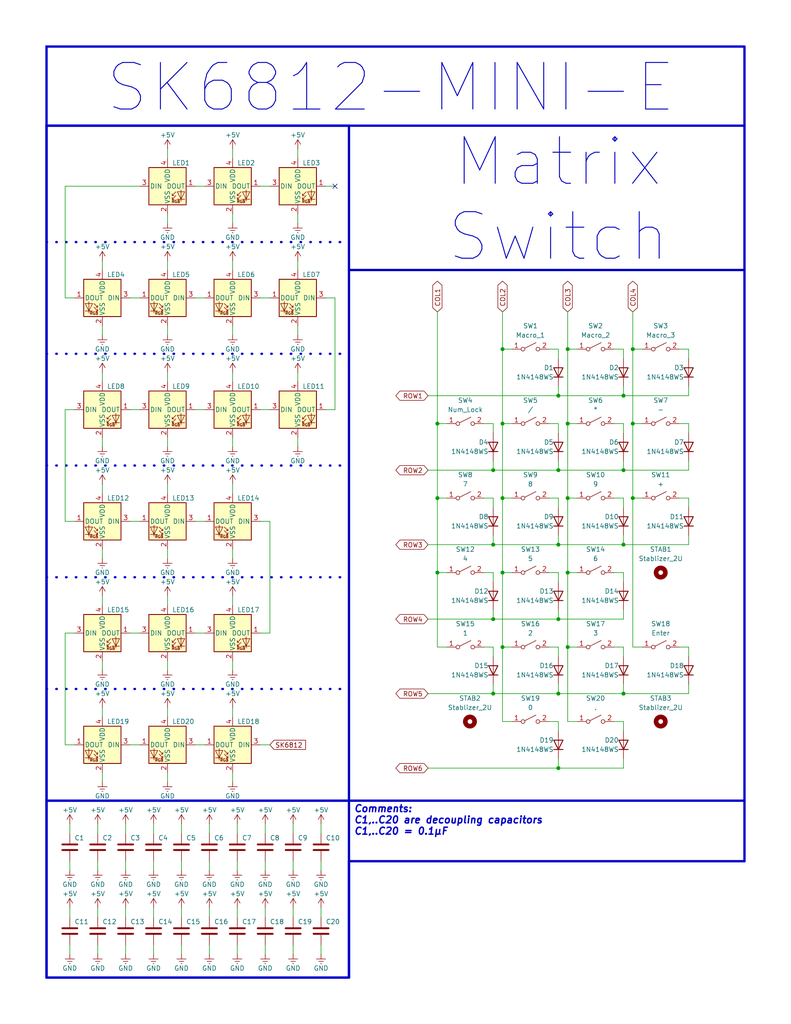
<source format=kicad_sch>
(kicad_sch (version 20231120) (generator "eeschema") (generator_version "8.0")
  (paper "USLetter" portrait)
  (title_block (title "Numb") (date "2024-12-08") (rev "0") (company "a.newhouse"))
  (junction (at 134.62 168.91))
  (junction (at 152.4 128.27))
  (junction (at 137.16 115.57))
  (junction (at 137.16 176.53))
  (junction (at 170.18 128.27))
  (junction (at 154.94 95.25))
  (junction (at 154.94 156.21))
  (junction (at 172.72 115.57))
  (junction (at 119.38 135.89))
  (junction (at 134.62 128.27))
  (junction (at 119.38 156.21))
  (junction (at 154.94 176.53))
  (junction (at 134.62 189.23))
  (junction (at 154.94 135.89))
  (junction (at 170.18 148.59))
  (junction (at 152.4 148.59))
  (junction (at 137.16 135.89))
  (junction (at 170.18 107.95))
  (junction (at 172.72 95.25))
  (junction (at 172.72 135.89))
  (junction (at 152.4 189.23))
  (junction (at 152.4 107.95))
  (junction (at 154.94 115.57))
  (junction (at 137.16 156.21))
  (junction (at 170.18 189.23))
  (junction (at 134.62 148.59))
  (junction (at 152.4 209.55))
  (junction (at 152.4 168.91))
  (junction (at 137.16 95.25))
  (junction (at 119.38 115.57))
  (no_connect (at 91.44 50.8))
  (wire (pts (xy 134.62 186.69) (xy 134.62 189.23)))
  (wire (pts (xy 20.32 203.2) (xy 17.78 203.2)))
  (wire (pts (xy 149.86 115.57) (xy 152.4 115.57)))
  (wire (pts (xy 91.44 111.76) (xy 91.44 81.28)))
  (wire (pts (xy 17.78 203.2) (xy 17.78 172.72)))
  (wire (pts (xy 34.29 224.79) (xy 34.29 227.33)))
  (wire (pts (xy 170.18 135.89) (xy 170.18 138.43)))
  (wire (pts (xy 185.42 176.53) (xy 187.96 176.53)))
  (wire (pts (xy 45.72 132.08) (xy 45.72 134.62)))
  (wire (pts (xy 55.88 50.8) (xy 53.34 50.8)))
  (wire (pts (xy 134.62 156.21) (xy 134.62 158.75)))
  (wire (pts (xy 38.1 172.72) (xy 35.56 172.72)))
  (wire (pts (xy 170.18 176.53) (xy 170.18 179.07)))
  (wire (pts (xy 91.44 81.28) (xy 88.9 81.28)))
  (wire (pts (xy 17.78 111.76) (xy 20.32 111.76)))
  (wire (pts (xy 139.7 95.25) (xy 137.16 95.25)))
  (polyline (pts (xy 95.25 73.66) (xy 203.2 73.66)) (stroke (width 0.635)))
  (wire (pts (xy 154.94 156.21) (xy 154.94 176.53)))
  (wire (pts (xy 116.84 209.55) (xy 152.4 209.55)))
  (wire (pts (xy 170.18 196.85) (xy 170.18 199.39)))
  (wire (pts (xy 26.67 257.81) (xy 26.67 260.35)))
  (wire (pts (xy 81.28 71.12) (xy 81.28 73.66)))
  (wire (pts (xy 172.72 95.25) (xy 175.26 95.25)))
  (polyline (pts (xy 203.2 34.29) (xy 203.2 234.95)) (stroke (width 0.635)))
  (wire (pts (xy 134.62 115.57) (xy 134.62 118.11)))
  (wire (pts (xy 134.62 168.91) (xy 152.4 168.91)))
  (polyline (pts (xy 12.7 34.29) (xy 12.7 266.7)) (stroke (width 0.635)))
  (wire (pts (xy 187.96 176.53) (xy 187.96 179.07)))
  (wire (pts (xy 154.94 115.57) (xy 154.94 135.89)))
  (wire (pts (xy 27.94 88.9) (xy 27.94 91.44)))
  (wire (pts (xy 152.4 125.73) (xy 152.4 128.27)))
  (wire (pts (xy 170.18 166.37) (xy 170.18 168.91)))
  (wire (pts (xy 87.63 224.79) (xy 87.63 227.33)))
  (wire (pts (xy 63.5 58.42) (xy 63.5 60.96)))
  (wire (pts (xy 17.78 50.8) (xy 17.78 81.28)))
  (wire (pts (xy 154.94 85.09) (xy 154.94 95.25)))
  (wire (pts (xy 38.1 111.76) (xy 35.56 111.76)))
  (wire (pts (xy 19.05 257.81) (xy 19.05 260.35)))
  (wire (pts (xy 27.94 180.34) (xy 27.94 182.88)))
  (wire (pts (xy 55.88 172.72) (xy 53.34 172.72)))
  (wire (pts (xy 167.64 156.21) (xy 170.18 156.21)))
  (polyline (pts (xy 95.25 234.95) (xy 95.25 266.7)) (stroke (width 0.635)))
  (wire (pts (xy 35.56 142.24) (xy 38.1 142.24)))
  (wire (pts (xy 45.72 71.12) (xy 45.72 73.66)))
  (wire (pts (xy 64.77 257.81) (xy 64.77 260.35)))
  (wire (pts (xy 73.66 50.8) (xy 71.12 50.8)))
  (wire (pts (xy 81.28 119.38) (xy 81.28 121.92)))
  (wire (pts (xy 72.39 257.81) (xy 72.39 260.35)))
  (wire (pts (xy 119.38 135.89) (xy 119.38 156.21)))
  (wire (pts (xy 152.4 209.55) (xy 170.18 209.55)))
  (wire (pts (xy 64.77 234.95) (xy 64.77 237.49)))
  (wire (pts (xy 45.72 88.9) (xy 45.72 91.44)))
  (wire (pts (xy 132.08 135.89) (xy 134.62 135.89)))
  (wire (pts (xy 81.28 58.42) (xy 81.28 60.96)))
  (wire (pts (xy 35.56 81.28) (xy 38.1 81.28)))
  (wire (pts (xy 53.34 203.2) (xy 55.88 203.2)))
  (wire (pts (xy 45.72 40.64) (xy 45.72 43.18)))
  (wire (pts (xy 73.66 111.76) (xy 71.12 111.76)))
  (wire (pts (xy 27.94 101.6) (xy 27.94 104.14)))
  (wire (pts (xy 134.62 176.53) (xy 134.62 179.07)))
  (wire (pts (xy 187.96 146.05) (xy 187.96 148.59)))
  (wire (pts (xy 71.12 203.2) (xy 73.66 203.2)))
  (wire (pts (xy 134.62 146.05) (xy 134.62 148.59)))
  (wire (pts (xy 185.42 95.25) (xy 187.96 95.25)))
  (wire (pts (xy 27.94 71.12) (xy 27.94 73.66)))
  (wire (pts (xy 45.72 119.38) (xy 45.72 121.92)))
  (wire (pts (xy 137.16 115.57) (xy 137.16 135.89)))
  (wire (pts (xy 119.38 85.09) (xy 119.38 115.57)))
  (wire (pts (xy 57.15 234.95) (xy 57.15 237.49)))
  (polyline (pts (xy 12.7 157.48) (xy 95.25 157.48)) (stroke (width 0.635) (type dot)))
  (wire (pts (xy 45.72 180.34) (xy 45.72 182.88)))
  (wire (pts (xy 121.92 135.89) (xy 119.38 135.89)))
  (wire (pts (xy 157.48 115.57) (xy 154.94 115.57)))
  (wire (pts (xy 63.5 40.64) (xy 63.5 43.18)))
  (wire (pts (xy 139.7 115.57) (xy 137.16 115.57)))
  (wire (pts (xy 187.96 115.57) (xy 187.96 118.11)))
  (wire (pts (xy 17.78 142.24) (xy 20.32 142.24)))
  (wire (pts (xy 152.4 176.53) (xy 152.4 179.07)))
  (wire (pts (xy 167.64 176.53) (xy 170.18 176.53)))
  (wire (pts (xy 139.7 196.85) (xy 137.16 196.85)))
  (wire (pts (xy 27.94 149.86) (xy 27.94 152.4)))
  (wire (pts (xy 34.29 257.81) (xy 34.29 260.35)))
  (wire (pts (xy 63.5 162.56) (xy 63.5 165.1)))
  (wire (pts (xy 41.91 257.81) (xy 41.91 260.35)))
  (wire (pts (xy 116.84 107.95) (xy 152.4 107.95)))
  (wire (pts (xy 27.94 210.82) (xy 27.94 213.36)))
  (wire (pts (xy 26.67 247.65) (xy 26.67 250.19)))
  (wire (pts (xy 72.39 224.79) (xy 72.39 227.33)))
  (wire (pts (xy 134.62 166.37) (xy 134.62 168.91)))
  (wire (pts (xy 80.01 257.81) (xy 80.01 260.35)))
  (wire (pts (xy 170.18 207.01) (xy 170.18 209.55)))
  (wire (pts (xy 139.7 156.21) (xy 137.16 156.21)))
  (wire (pts (xy 41.91 224.79) (xy 41.91 227.33)))
  (wire (pts (xy 17.78 142.24) (xy 17.78 111.76)))
  (wire (pts (xy 154.94 176.53) (xy 154.94 196.85)))
  (wire (pts (xy 157.48 176.53) (xy 154.94 176.53)))
  (wire (pts (xy 132.08 176.53) (xy 134.62 176.53)))
  (wire (pts (xy 34.29 247.65) (xy 34.29 250.19)))
  (wire (pts (xy 152.4 196.85) (xy 152.4 199.39)))
  (wire (pts (xy 167.64 95.25) (xy 170.18 95.25)))
  (wire (pts (xy 134.62 125.73) (xy 134.62 128.27)))
  (wire (pts (xy 170.18 125.73) (xy 170.18 128.27)))
  (wire (pts (xy 17.78 172.72) (xy 20.32 172.72)))
  (wire (pts (xy 172.72 115.57) (xy 172.72 135.89)))
  (wire (pts (xy 17.78 81.28) (xy 20.32 81.28)))
  (wire (pts (xy 137.16 156.21) (xy 137.16 176.53)))
  (wire (pts (xy 26.67 224.79) (xy 26.67 227.33)))
  (wire (pts (xy 149.86 95.25) (xy 152.4 95.25)))
  (wire (pts (xy 175.26 115.57) (xy 172.72 115.57)))
  (wire (pts (xy 87.63 234.95) (xy 87.63 237.49)))
  (wire (pts (xy 19.05 247.65) (xy 19.05 250.19)))
  (wire (pts (xy 152.4 135.89) (xy 152.4 138.43)))
  (wire (pts (xy 63.5 132.08) (xy 63.5 134.62)))
  (wire (pts (xy 45.72 162.56) (xy 45.72 165.1)))
  (wire (pts (xy 45.72 193.04) (xy 45.72 195.58)))
  (wire (pts (xy 63.5 210.82) (xy 63.5 213.36)))
  (wire (pts (xy 45.72 58.42) (xy 45.72 60.96)))
  (wire (pts (xy 152.4 105.41) (xy 152.4 107.95)))
  (wire (pts (xy 19.05 224.79) (xy 19.05 227.33)))
  (wire (pts (xy 137.16 135.89) (xy 137.16 156.21)))
  (wire (pts (xy 116.84 168.91) (xy 134.62 168.91)))
  (wire (pts (xy 53.34 142.24) (xy 55.88 142.24)))
  (wire (pts (xy 57.15 224.79) (xy 57.15 227.33)))
  (wire (pts (xy 80.01 234.95) (xy 80.01 237.49)))
  (wire (pts (xy 149.86 176.53) (xy 152.4 176.53)))
  (wire (pts (xy 170.18 146.05) (xy 170.18 148.59)))
  (wire (pts (xy 134.62 128.27) (xy 152.4 128.27)))
  (polyline (pts (xy 12.7 66.04) (xy 95.25 66.04)) (stroke (width 0.635) (type dot)))
  (wire (pts (xy 81.28 88.9) (xy 81.28 91.44)))
  (wire (pts (xy 119.38 156.21) (xy 119.38 176.53)))
  (wire (pts (xy 152.4 107.95) (xy 170.18 107.95)))
  (wire (pts (xy 187.96 95.25) (xy 187.96 97.79)))
  (wire (pts (xy 80.01 224.79) (xy 80.01 227.33)))
  (polyline (pts (xy 12.7 187.96) (xy 95.25 187.96)) (stroke (width 0.635) (type dot)))
  (wire (pts (xy 134.62 135.89) (xy 134.62 138.43)))
  (wire (pts (xy 45.72 101.6) (xy 45.72 104.14)))
  (wire (pts (xy 172.72 95.25) (xy 172.72 115.57)))
  (wire (pts (xy 73.66 142.24) (xy 73.66 172.72)))
  (wire (pts (xy 152.4 115.57) (xy 152.4 118.11)))
  (wire (pts (xy 72.39 247.65) (xy 72.39 250.19)))
  (wire (pts (xy 157.48 135.89) (xy 154.94 135.89)))
  (wire (pts (xy 63.5 180.34) (xy 63.5 182.88)))
  (wire (pts (xy 187.96 135.89) (xy 187.96 138.43)))
  (wire (pts (xy 137.16 85.09) (xy 137.16 95.25)))
  (wire (pts (xy 34.29 234.95) (xy 34.29 237.49)))
  (wire (pts (xy 157.48 95.25) (xy 154.94 95.25)))
  (wire (pts (xy 88.9 111.76) (xy 91.44 111.76)))
  (polyline (pts (xy 203.2 234.95) (xy 95.25 234.95)) (stroke (width 0.635)))
  (wire (pts (xy 121.92 176.53) (xy 119.38 176.53)))
  (polyline (pts (xy 12.7 96.52) (xy 95.25 96.52)) (stroke (width 0.635) (type dot)))
  (wire (pts (xy 121.92 156.21) (xy 119.38 156.21)))
  (wire (pts (xy 137.16 95.25) (xy 137.16 115.57)))
  (wire (pts (xy 27.94 193.04) (xy 27.94 195.58)))
  (wire (pts (xy 87.63 247.65) (xy 87.63 250.19)))
  (wire (pts (xy 116.84 148.59) (xy 134.62 148.59)))
  (wire (pts (xy 88.9 50.8) (xy 91.44 50.8)))
  (wire (pts (xy 55.88 111.76) (xy 53.34 111.76)))
  (wire (pts (xy 49.53 247.65) (xy 49.53 250.19)))
  (wire (pts (xy 80.01 247.65) (xy 80.01 250.19)))
  (wire (pts (xy 26.67 234.95) (xy 26.67 237.49)))
  (wire (pts (xy 63.5 101.6) (xy 63.5 104.14)))
  (wire (pts (xy 152.4 168.91) (xy 170.18 168.91)))
  (wire (pts (xy 71.12 142.24) (xy 73.66 142.24)))
  (wire (pts (xy 170.18 128.27) (xy 187.96 128.27)))
  (wire (pts (xy 154.94 95.25) (xy 154.94 115.57)))
  (wire (pts (xy 152.4 207.01) (xy 152.4 209.55)))
  (wire (pts (xy 167.64 196.85) (xy 170.18 196.85)))
  (wire (pts (xy 49.53 234.95) (xy 49.53 237.49)))
  (wire (pts (xy 71.12 81.28) (xy 73.66 81.28)))
  (wire (pts (xy 139.7 176.53) (xy 137.16 176.53)))
  (wire (pts (xy 27.94 119.38) (xy 27.94 121.92)))
  (wire (pts (xy 49.53 224.79) (xy 49.53 227.33)))
  (polyline (pts (xy 95.25 218.44) (xy 203.2 218.44)) (stroke (width 0.635)))
  (wire (pts (xy 175.26 176.53) (xy 172.72 176.53)))
  (wire (pts (xy 38.1 50.8) (xy 17.78 50.8)))
  (wire (pts (xy 152.4 148.59) (xy 170.18 148.59)))
  (wire (pts (xy 119.38 115.57) (xy 119.38 135.89)))
  (wire (pts (xy 187.96 105.41) (xy 187.96 107.95)))
  (wire (pts (xy 175.26 135.89) (xy 172.72 135.89)))
  (wire (pts (xy 134.62 189.23) (xy 152.4 189.23)))
  (wire (pts (xy 152.4 189.23) (xy 170.18 189.23)))
  (wire (pts (xy 57.15 247.65) (xy 57.15 250.19)))
  (wire (pts (xy 45.72 149.86) (xy 45.72 152.4)))
  (wire (pts (xy 81.28 40.64) (xy 81.28 43.18)))
  (wire (pts (xy 132.08 115.57) (xy 134.62 115.57)))
  (wire (pts (xy 167.64 115.57) (xy 170.18 115.57)))
  (wire (pts (xy 139.7 135.89) (xy 137.16 135.89)))
  (wire (pts (xy 63.5 71.12) (xy 63.5 73.66)))
  (wire (pts (xy 63.5 119.38) (xy 63.5 121.92)))
  (wire (pts (xy 137.16 176.53) (xy 137.16 196.85)))
  (wire (pts (xy 45.72 210.82) (xy 45.72 213.36)))
  (wire (pts (xy 185.42 135.89) (xy 187.96 135.89)))
  (wire (pts (xy 152.4 146.05) (xy 152.4 148.59)))
  (wire (pts (xy 63.5 193.04) (xy 63.5 195.58)))
  (wire (pts (xy 154.94 135.89) (xy 154.94 156.21)))
  (wire (pts (xy 132.08 156.21) (xy 134.62 156.21)))
  (polyline (pts (xy 12.7 127) (xy 95.25 127)) (stroke (width 0.635) (type dot)))
  (wire (pts (xy 170.18 95.25) (xy 170.18 97.79)))
  (wire (pts (xy 63.5 88.9) (xy 63.5 91.44)))
  (wire (pts (xy 152.4 186.69) (xy 152.4 189.23)))
  (wire (pts (xy 157.48 196.85) (xy 154.94 196.85)))
  (wire (pts (xy 152.4 156.21) (xy 152.4 158.75)))
  (wire (pts (xy 172.72 135.89) (xy 172.72 176.53)))
  (wire (pts (xy 185.42 115.57) (xy 187.96 115.57)))
  (wire (pts (xy 170.18 156.21) (xy 170.18 158.75)))
  (wire (pts (xy 149.86 156.21) (xy 152.4 156.21)))
  (wire (pts (xy 64.77 247.65) (xy 64.77 250.19)))
  (wire (pts (xy 187.96 186.69) (xy 187.96 189.23)))
  (wire (pts (xy 121.92 115.57) (xy 119.38 115.57)))
  (wire (pts (xy 116.84 128.27) (xy 134.62 128.27)))
  (wire (pts (xy 170.18 148.59) (xy 187.96 148.59)))
  (polyline (pts (xy 95.25 266.7) (xy 12.7 266.7)) (stroke (width 0.635)))
  (wire (pts (xy 53.34 81.28) (xy 55.88 81.28)))
  (wire (pts (xy 41.91 234.95) (xy 41.91 237.49)))
  (wire (pts (xy 187.96 125.73) (xy 187.96 128.27)))
  (wire (pts (xy 73.66 172.72) (xy 71.12 172.72)))
  (wire (pts (xy 149.86 135.89) (xy 152.4 135.89)))
  (wire (pts (xy 64.77 224.79) (xy 64.77 227.33)))
  (wire (pts (xy 81.28 101.6) (xy 81.28 104.14)))
  (wire (pts (xy 116.84 189.23) (xy 134.62 189.23)))
  (wire (pts (xy 35.56 203.2) (xy 38.1 203.2)))
  (wire (pts (xy 152.4 128.27) (xy 170.18 128.27)))
  (wire (pts (xy 57.15 257.81) (xy 57.15 260.35)))
  (wire (pts (xy 170.18 115.57) (xy 170.18 118.11)))
  (wire (pts (xy 72.39 234.95) (xy 72.39 237.49)))
  (wire (pts (xy 167.64 135.89) (xy 170.18 135.89)))
  (wire (pts (xy 170.18 189.23) (xy 187.96 189.23)))
  (wire (pts (xy 27.94 162.56) (xy 27.94 165.1)))
  (wire (pts (xy 41.91 247.65) (xy 41.91 250.19)))
  (wire (pts (xy 134.62 148.59) (xy 152.4 148.59)))
  (wire (pts (xy 170.18 107.95) (xy 187.96 107.95)))
  (wire (pts (xy 157.48 156.21) (xy 154.94 156.21)))
  (wire (pts (xy 172.72 85.09) (xy 172.72 95.25)))
  (wire (pts (xy 63.5 149.86) (xy 63.5 152.4)))
  (wire (pts (xy 87.63 257.81) (xy 87.63 260.35)))
  (wire (pts (xy 19.05 234.95) (xy 19.05 237.49)))
  (wire (pts (xy 49.53 257.81) (xy 49.53 260.35)))
  (wire (pts (xy 149.86 196.85) (xy 152.4 196.85)))
  (wire (pts (xy 152.4 166.37) (xy 152.4 168.91)))
  (wire (pts (xy 170.18 105.41) (xy 170.18 107.95)))
  (wire (pts (xy 152.4 95.25) (xy 152.4 97.79)))
  (wire (pts (xy 27.94 132.08) (xy 27.94 134.62)))
  (wire (pts (xy 170.18 186.69) (xy 170.18 189.23)))
  (rectangle (start 12.7 12.7) (end 203.2 34.29) (stroke (width 0.635)))
  (rectangle (start 12.7 218.44) (end 95.25 266.7) (stroke (width 0.635)))
  (rectangle (start 12.7 34.29) (end 95.25 218.44) (stroke (width 0.635)))
  (text "Matrix\nSwitch" (at 152.4 54.61 0) (effects (font (size 12.7 12.7) (thickness 0.254) (bold yes))))
  (text "Comments:\nC1,..C20 are decoupling capacitors\nC1,..C20 = 0.1μF" (at 96.52 219.71 0) (effects (font (size 1.905 1.905) (thickness 0.381) (bold yes) (italic yes)) (justify left top)))
  (text "SK6812-MINI-E" (at 106.68 24.13 0) (effects (font (size 12.7 12.7) (thickness 0.254) (bold yes))))
  (global_label "COL3" (shape bidirectional) (at 154.94 85.09 90) (property "Intersheetrefs" "${INTERSHEET_REFS}" (effects (hide yes))))
  (global_label "ROW5" (shape bidirectional) (at 116.84 189.23 180) (property "Intersheetrefs" "${INTERSHEET_REFS}" (effects (hide yes))))
  (global_label "COL2" (shape bidirectional) (at 137.16 85.09 90) (property "Intersheetrefs" "${INTERSHEET_REFS}" (effects (hide yes))))
  (global_label "ROW6" (shape bidirectional) (at 116.84 209.55 180) (property "Intersheetrefs" "${INTERSHEET_REFS}" (effects (hide yes))))
  (global_label "SK6812" (shape input) (at 73.66 203.2 0) (effects (font (thickness 0.1588))) (property "Intersheetrefs" "${INTERSHEET_REFS}" (effects (hide yes))))
  (global_label "ROW2" (shape bidirectional) (at 116.84 128.27 180) (property "Intersheetrefs" "${INTERSHEET_REFS}" (effects (hide yes))))
  (global_label "ROW3" (shape bidirectional) (at 116.84 148.59 180) (property "Intersheetrefs" "${INTERSHEET_REFS}" (effects (hide yes))))
  (global_label "ROW1" (shape bidirectional) (at 116.84 107.95 180) (property "Intersheetrefs" "${INTERSHEET_REFS}" (effects (hide yes))))
  (global_label "ROW4" (shape bidirectional) (at 116.84 168.91 180) (property "Intersheetrefs" "${INTERSHEET_REFS}" (effects (hide yes))))
  (global_label "COL1" (shape bidirectional) (at 119.38 85.09 90) (property "Intersheetrefs" "${INTERSHEET_REFS}" (effects (hide yes))))
  (global_label "COL4" (shape bidirectional) (at 172.72 85.09 90) (property "Intersheetrefs" "${INTERSHEET_REFS}" (effects (hide yes))))
  (symbol (lib_id "Diode:1N4148WS") (at 187.96 182.88 90) (unit 1)
    (property "Reference" "D18" (at 186.69 181.61 90) (effects (justify left)))
    (property "Value" "1N4148WS" (at 186.69 184.15 90) (effects (justify left)))
    (property "Footprint" "Diode_SMD:D_SOD-323" (effects (hide yes)))
    (property "Datasheet" "https://www.vishay.com/docs/85751/1n4148ws.pdf" (effects (hide yes)))
    (property "Description" "75V 0.15A Fast switching Diode, SOD-323" (effects (hide yes)))
    (property "Sim.Device" "D" (effects (hide yes)))
    (property "Sim.Pins" "1=K 2=A" (effects (hide yes)))
  )
  (symbol (lib_id "power:Earth") (at 34.29 260.35 0) (unit 1)
    (property "Reference" "#PWR0108" (effects (hide yes)))
    (property "Value" "GND" (at 34.29 264.16 0))
    (property "Description" "Power symbol creates a global label with name \"Earth\"" (effects (hide yes)))
  )
  (symbol (lib_id "Switch:SW_SPST") (at 127 115.57 0) (unit 1)
    (property "Reference" "SW4" (at 127 109.22 0))
    (property "Value" "Num_Lock" (at 127 111.76 0))
    (property "Footprint" "PCM_Switch_Keyboard_Hotswap_Kailh:SW_Hotswap_Kailh_MX_Plated_1.00u" (effects (hide yes)))
    (property "Description" "Single Pole Single Throw (SPST) switch" (effects (hide yes)))
  )
  (symbol (lib_id "power:Earth") (at 81.28 91.44 0) (unit 1)
    (property "Reference" "#PWR017" (effects (hide yes)))
    (property "Value" "GND" (at 81.28 95.25 0))
    (property "Description" "Power symbol creates a global label with name \"Earth\"" (effects (hide yes)))
  )
  (symbol (lib_id "power:+5V") (at 41.91 224.79 0) (unit 1)
    (property "Reference" "#PWR053" (effects (hide yes)))
    (property "Value" "+5V" (at 41.91 220.98 0))
    (property "Description" "Power symbol creates a global label with name \"+5V\"" (effects (hide yes)))
  )
  (symbol (lib_id "Switch:SW_SPST") (at 162.56 95.25 0) (unit 1)
    (property "Reference" "SW2" (at 162.56 88.9 0))
    (property "Value" "Macro_2" (at 162.56 91.44 0))
    (property "Footprint" "PCM_Switch_Keyboard_Hotswap_Kailh:SW_Hotswap_Kailh_MX_Plated_1.00u" (effects (hide yes)))
    (property "Description" "Single Pole Single Throw (SPST) switch" (effects (hide yes)))
  )
  (symbol (lib_id "power:Earth") (at 87.63 237.49 0) (unit 1)
    (property "Reference" "#PWR095" (effects (hide yes)))
    (property "Value" "GND" (at 87.63 241.3 0))
    (property "Description" "Power symbol creates a global label with name \"Earth\"" (effects (hide yes)))
  )
  (symbol (lib_id "power:+5V") (at 27.94 162.56 0) (mirror y) (unit 1)
    (property "Reference" "#PWR032" (effects (hide yes)))
    (property "Value" "+5V" (at 27.94 158.75 0))
    (property "Description" "Power symbol creates a global label with name \"+5V\"" (effects (hide yes)))
  )
  (symbol (lib_id "power:+5V") (at 63.5 71.12 0) (unit 1)
    (property "Reference" "#PWR012" (effects (hide yes)))
    (property "Value" "+5V" (at 63.5 67.31 0))
    (property "Description" "Power symbol creates a global label with name \"+5V\"" (effects (hide yes)))
  )
  (symbol (lib_id "power:+5V") (at 63.5 162.56 0) (mirror y) (unit 1)
    (property "Reference" "#PWR034" (effects (hide yes)))
    (property "Value" "+5V" (at 63.5 158.75 0))
    (property "Description" "Power symbol creates a global label with name \"+5V\"" (effects (hide yes)))
  )
  (symbol (lib_id "power:+5V") (at 63.5 132.08 0) (unit 1)
    (property "Reference" "#PWR028" (effects (hide yes)))
    (property "Value" "+5V" (at 63.5 128.27 0))
    (property "Description" "Power symbol creates a global label with name \"+5V\"" (effects (hide yes)))
  )
  (symbol (lib_id "power:+5V") (at 63.5 40.64 0) (mirror y) (unit 1)
    (property "Reference" "#PWR04" (effects (hide yes)))
    (property "Value" "+5V" (at 63.5 36.83 0))
    (property "Description" "Power symbol creates a global label with name \"+5V\"" (effects (hide yes)))
  )
  (symbol (lib_id "power:Earth") (at 45.72 91.44 0) (unit 1)
    (property "Reference" "#PWR015" (effects (hide yes)))
    (property "Value" "GND" (at 45.72 95.25 0))
    (property "Description" "Power symbol creates a global label with name \"Earth\"" (effects (hide yes)))
  )
  (symbol (lib_id "LED:SK6812MINI") (at 63.5 142.24 0) (mirror y) (unit 1)
    (property "Reference" "LED14" (at 64.77 135.89 0) (effects (justify right)))
    (property "Value" "SK6812MINI-E" (effects (hide yes)))
    (property "Footprint" "PCM_Miscellaneous:SK6812_MINI-E" (effects (hide yes)))
    (property "Datasheet" "https://cdn-shop.adafruit.com/product-files/2686/SK6812MINI_REV.01-1-2.pdf" (effects (hide yes)))
    (property "Description" "RGB LED with integrated controller" (effects (hide yes)))
  )
  (symbol (lib_id "LED:SK6812MINI") (at 63.5 172.72 0) (unit 1)
    (property "Reference" "LED17" (at 64.77 166.37 0) (effects (justify left)))
    (property "Value" "SK6812MINI-E" (effects (hide yes)))
    (property "Footprint" "PCM_Miscellaneous:SK6812_MINI-E_REV" (effects (hide yes)))
    (property "Datasheet" "https://cdn-shop.adafruit.com/product-files/2686/SK6812MINI_REV.01-1-2.pdf" (effects (hide yes)))
    (property "Description" "RGB LED with integrated controller" (effects (hide yes)))
  )
  (symbol (lib_id "Switch:SW_SPST") (at 127 135.89 0) (unit 1)
    (property "Reference" "SW8" (at 127 129.54 0))
    (property "Value" "7" (at 127 132.08 0))
    (property "Footprint" "PCM_Switch_Keyboard_Hotswap_Kailh:SW_Hotswap_Kailh_MX_Plated_1.00u" (effects (hide yes)))
    (property "Description" "Single Pole Single Throw (SPST) switch" (effects (hide yes)))
  )
  (symbol (lib_id "LED:SK6812MINI") (at 63.5 50.8 0) (unit 1)
    (property "Reference" "LED2" (at 64.77 44.45 0) (effects (justify left)))
    (property "Value" "SK6812MINI-E" (effects (hide yes)))
    (property "Footprint" "PCM_Miscellaneous:SK6812_MINI-E_REV" (effects (hide yes)))
    (property "Datasheet" "https://cdn-shop.adafruit.com/product-files/2686/SK6812MINI_REV.01-1-2.pdf" (effects (hide yes)))
    (property "Description" "RGB LED with integrated controller" (effects (hide yes)))
  )
  (symbol (lib_id "power:Earth") (at 72.39 260.35 0) (unit 1)
    (property "Reference" "#PWR0113" (effects (hide yes)))
    (property "Value" "GND" (at 72.39 264.16 0))
    (property "Description" "Power symbol creates a global label with name \"Earth\"" (effects (hide yes)))
  )
  (symbol (lib_id "power:Earth") (at 45.72 60.96 0) (mirror y) (unit 1)
    (property "Reference" "#PWR06" (effects (hide yes)))
    (property "Value" "GND" (at 45.72 64.77 0))
    (property "Description" "Power symbol creates a global label with name \"Earth\"" (effects (hide yes)))
  )
  (symbol (lib_id "Device:C") (at 57.15 254 0) (unit 1)
    (property "Reference" "C16" (at 58.42 251.46 0) (effects (justify left)))
    (property "Value" "0.1μF" (effects (hide yes)))
    (property "Footprint" "Capacitor_SMD:C_0603_1608Metric" (effects (hide yes)))
    (property "Description" "Unpolarized capacitor" (effects (hide yes)))
  )
  (symbol (lib_id "power:+5V") (at 19.05 247.65 0) (unit 1)
    (property "Reference" "#PWR096" (effects (hide yes)))
    (property "Value" "+5V" (at 19.05 243.84 0))
    (property "Description" "Power symbol creates a global label with name \"+5V\"" (effects (hide yes)))
  )
  (symbol (lib_id "LED:SK6812MINI") (at 63.5 111.76 0) (unit 1)
    (property "Reference" "LED10" (at 64.77 105.41 0) (effects (justify left)))
    (property "Value" "SK6812MINI-E" (effects (hide yes)))
    (property "Footprint" "PCM_Miscellaneous:SK6812_MINI-E_REV" (effects (hide yes)))
    (property "Datasheet" "https://cdn-shop.adafruit.com/product-files/2686/SK6812MINI_REV.01-1-2.pdf" (effects (hide yes)))
    (property "Description" "RGB LED with integrated controller" (effects (hide yes)))
  )
  (symbol (lib_id "Mechanical:MountingHole") (at 180.34 196.85 0) (unit 1) (exclude_from_sim yes) (in_bom no)
    (property "Reference" "STAB3" (at 180.34 190.5 0))
    (property "Value" "Stablizer_2U" (at 180.34 193.04 0))
    (property "Footprint" "PCM_Mounting_Keyboard_Stabilizer:Stabilizer_Cherry_MX_2.00u" (effects (hide yes)))
    (property "Description" "Mounting Hole without connection" (effects (hide yes)))
  )
  (symbol (lib_id "power:Earth") (at 63.5 121.92 0) (mirror y) (unit 1)
    (property "Reference" "#PWR024" (effects (hide yes)))
    (property "Value" "GND" (at 63.5 125.73 0))
    (property "Description" "Power symbol creates a global label with name \"Earth\"" (effects (hide yes)))
  )
  (symbol (lib_id "power:+5V") (at 45.72 132.08 0) (unit 1)
    (property "Reference" "#PWR027" (effects (hide yes)))
    (property "Value" "+5V" (at 45.72 128.27 0))
    (property "Description" "Power symbol creates a global label with name \"+5V\"" (effects (hide yes)))
  )
  (symbol (lib_id "Mechanical:MountingHole") (at 180.34 156.21 0) (unit 1) (exclude_from_sim yes) (in_bom no)
    (property "Reference" "STAB1" (at 180.34 149.86 0))
    (property "Value" "Stablizer_2U" (at 180.34 152.4 0))
    (property "Footprint" "PCM_Mounting_Keyboard_Stabilizer:Stabilizer_Cherry_MX_2.00u" (effects (hide yes)))
    (property "Description" "Mounting Hole without connection" (effects (hide yes)))
  )
  (symbol (lib_id "LED:SK6812MINI") (at 27.94 203.2 0) (mirror y) (unit 1)
    (property "Reference" "LED19" (at 29.21 196.85 0) (effects (justify right)))
    (property "Value" "SK6812MINI-E" (effects (hide yes)))
    (property "Footprint" "PCM_Miscellaneous:SK6812_MINI-E" (effects (hide yes)))
    (property "Datasheet" "https://cdn-shop.adafruit.com/product-files/2686/SK6812MINI_REV.01-1-2.pdf" (effects (hide yes)))
    (property "Description" "RGB LED with integrated controller" (effects (hide yes)))
  )
  (symbol (lib_id "Diode:1N4148WS") (at 152.4 101.6 90) (unit 1)
    (property "Reference" "D1" (at 151.13 100.33 90) (effects (justify left)))
    (property "Value" "1N4148WS" (at 151.13 102.87 90) (effects (justify left)))
    (property "Footprint" "Diode_SMD:D_SOD-323" (effects (hide yes)))
    (property "Datasheet" "https://www.vishay.com/docs/85751/1n4148ws.pdf" (effects (hide yes)))
    (property "Description" "75V 0.15A Fast switching Diode, SOD-323" (effects (hide yes)))
    (property "Sim.Device" "D" (effects (hide yes)))
    (property "Sim.Pins" "1=K 2=A" (effects (hide yes)))
  )
  (symbol (lib_id "power:+5V") (at 63.5 101.6 0) (mirror y) (unit 1)
    (property "Reference" "#PWR020" (effects (hide yes)))
    (property "Value" "+5V" (at 63.5 97.79 0))
    (property "Description" "Power symbol creates a global label with name \"+5V\"" (effects (hide yes)))
  )
  (symbol (lib_id "Device:C") (at 64.77 231.14 0) (unit 1)
    (property "Reference" "C7" (at 66.04 228.6 0) (effects (justify left)))
    (property "Value" "0.1μF" (effects (hide yes)))
    (property "Footprint" "Capacitor_SMD:C_0603_1608Metric" (effects (hide yes)))
    (property "Description" "Unpolarized capacitor" (effects (hide yes)))
  )
  (symbol (lib_id "power:+5V") (at 57.15 247.65 0) (unit 1)
    (property "Reference" "#PWR0101" (effects (hide yes)))
    (property "Value" "+5V" (at 57.15 243.84 0))
    (property "Description" "Power symbol creates a global label with name \"+5V\"" (effects (hide yes)))
  )
  (symbol (lib_id "Diode:1N4148WS") (at 170.18 121.92 90) (unit 1)
    (property "Reference" "D6" (at 168.91 120.65 90) (effects (justify left)))
    (property "Value" "1N4148WS" (at 168.91 123.19 90) (effects (justify left)))
    (property "Footprint" "Diode_SMD:D_SOD-323" (effects (hide yes)))
    (property "Datasheet" "https://www.vishay.com/docs/85751/1n4148ws.pdf" (effects (hide yes)))
    (property "Description" "75V 0.15A Fast switching Diode, SOD-323" (effects (hide yes)))
    (property "Sim.Device" "D" (effects (hide yes)))
    (property "Sim.Pins" "1=K 2=A" (effects (hide yes)))
  )
  (symbol (lib_id "LED:SK6812MINI") (at 45.72 111.76 0) (unit 1)
    (property "Reference" "LED9" (at 46.99 105.41 0) (effects (justify left)))
    (property "Value" "SK6812MINI-E" (effects (hide yes)))
    (property "Footprint" "PCM_Miscellaneous:SK6812_MINI-E_REV" (effects (hide yes)))
    (property "Datasheet" "https://cdn-shop.adafruit.com/product-files/2686/SK6812MINI_REV.01-1-2.pdf" (effects (hide yes)))
    (property "Description" "RGB LED with integrated controller" (effects (hide yes)))
  )
  (symbol (lib_id "power:+5V") (at 80.01 224.79 0) (unit 1)
    (property "Reference" "#PWR063" (effects (hide yes)))
    (property "Value" "+5V" (at 80.01 220.98 0))
    (property "Description" "Power symbol creates a global label with name \"+5V\"" (effects (hide yes)))
  )
  (symbol (lib_id "power:Earth") (at 49.53 260.35 0) (unit 1)
    (property "Reference" "#PWR0110" (effects (hide yes)))
    (property "Value" "GND" (at 49.53 264.16 0))
    (property "Description" "Power symbol creates a global label with name \"Earth\"" (effects (hide yes)))
  )
  (symbol (lib_id "power:+5V") (at 45.72 193.04 0) (unit 1)
    (property "Reference" "#PWR039" (effects (hide yes)))
    (property "Value" "+5V" (at 45.72 189.23 0))
    (property "Description" "Power symbol creates a global label with name \"+5V\"" (effects (hide yes)))
  )
  (symbol (lib_id "power:+5V") (at 57.15 224.79 0) (unit 1)
    (property "Reference" "#PWR059" (effects (hide yes)))
    (property "Value" "+5V" (at 57.15 220.98 0))
    (property "Description" "Power symbol creates a global label with name \"+5V\"" (effects (hide yes)))
  )
  (symbol (lib_id "power:+5V") (at 45.72 40.64 0) (mirror y) (unit 1)
    (property "Reference" "#PWR03" (effects (hide yes)))
    (property "Value" "+5V" (at 45.72 36.83 0))
    (property "Description" "Power symbol creates a global label with name \"+5V\"" (effects (hide yes)))
  )
  (symbol (lib_id "power:+5V") (at 34.29 247.65 0) (unit 1)
    (property "Reference" "#PWR098" (effects (hide yes)))
    (property "Value" "+5V" (at 34.29 243.84 0))
    (property "Description" "Power symbol creates a global label with name \"+5V\"" (effects (hide yes)))
  )
  (symbol (lib_id "power:Earth") (at 45.72 121.92 0) (mirror y) (unit 1)
    (property "Reference" "#PWR023" (effects (hide yes)))
    (property "Value" "GND" (at 45.72 125.73 0))
    (property "Description" "Power symbol creates a global label with name \"Earth\"" (effects (hide yes)))
  )
  (symbol (lib_id "LED:SK6812MINI") (at 45.72 50.8 0) (unit 1)
    (property "Reference" "LED1" (at 46.99 44.45 0) (effects (justify left)))
    (property "Value" "SK6812MINI-E" (effects (hide yes)))
    (property "Footprint" "PCM_Miscellaneous:SK6812_MINI-E_REV" (effects (hide yes)))
    (property "Datasheet" "https://cdn-shop.adafruit.com/product-files/2686/SK6812MINI_REV.01-1-2.pdf" (effects (hide yes)))
    (property "Description" "RGB LED with integrated controller" (effects (hide yes)))
  )
  (symbol (lib_id "power:+5V") (at 34.29 224.79 0) (unit 1)
    (property "Reference" "#PWR046" (effects (hide yes)))
    (property "Value" "+5V" (at 34.29 220.98 0))
    (property "Description" "Power symbol creates a global label with name \"+5V\"" (effects (hide yes)))
  )
  (symbol (lib_id "Diode:1N4148WS") (at 187.96 101.6 90) (unit 1)
    (property "Reference" "D3" (at 186.69 100.33 90) (effects (justify left)))
    (property "Value" "1N4148WS" (at 186.69 102.87 90) (effects (justify left)))
    (property "Footprint" "Diode_SMD:D_SOD-323" (effects (hide yes)))
    (property "Datasheet" "https://www.vishay.com/docs/85751/1n4148ws.pdf" (effects (hide yes)))
    (property "Description" "75V 0.15A Fast switching Diode, SOD-323" (effects (hide yes)))
    (property "Sim.Device" "D" (effects (hide yes)))
    (property "Sim.Pins" "1=K 2=A" (effects (hide yes)))
  )
  (symbol (lib_id "power:Earth") (at 45.72 182.88 0) (mirror y) (unit 1)
    (property "Reference" "#PWR036" (effects (hide yes)))
    (property "Value" "GND" (at 45.72 186.69 0))
    (property "Description" "Power symbol creates a global label with name \"Earth\"" (effects (hide yes)))
  )
  (symbol (lib_id "power:Earth") (at 63.5 60.96 0) (mirror y) (unit 1)
    (property "Reference" "#PWR08" (effects (hide yes)))
    (property "Value" "GND" (at 63.5 64.77 0))
    (property "Description" "Power symbol creates a global label with name \"Earth\"" (effects (hide yes)))
  )
  (symbol (lib_id "Device:C") (at 57.15 231.14 0) (unit 1)
    (property "Reference" "C6" (at 58.42 228.6 0) (effects (justify left)))
    (property "Value" "0.1μF" (effects (hide yes)))
    (property "Footprint" "Capacitor_SMD:C_0603_1608Metric" (effects (hide yes)))
    (property "Description" "Unpolarized capacitor" (effects (hide yes)))
  )
  (symbol (lib_id "power:Earth") (at 57.15 260.35 0) (unit 1)
    (property "Reference" "#PWR0111" (effects (hide yes)))
    (property "Value" "GND" (at 57.15 264.16 0))
    (property "Description" "Power symbol creates a global label with name \"Earth\"" (effects (hide yes)))
  )
  (symbol (lib_id "power:+5V") (at 45.72 162.56 0) (mirror y) (unit 1)
    (property "Reference" "#PWR033" (effects (hide yes)))
    (property "Value" "+5V" (at 45.72 158.75 0))
    (property "Description" "Power symbol creates a global label with name \"+5V\"" (effects (hide yes)))
  )
  (symbol (lib_id "LED:SK6812MINI") (at 45.72 172.72 0) (unit 1)
    (property "Reference" "LED16" (at 46.99 166.37 0) (effects (justify left)))
    (property "Value" "SK6812MINI-E" (effects (hide yes)))
    (property "Footprint" "PCM_Miscellaneous:SK6812_MINI-E_REV" (effects (hide yes)))
    (property "Datasheet" "https://cdn-shop.adafruit.com/product-files/2686/SK6812MINI_REV.01-1-2.pdf" (effects (hide yes)))
    (property "Description" "RGB LED with integrated controller" (effects (hide yes)))
  )
  (symbol (lib_id "LED:SK6812MINI") (at 45.72 142.24 0) (mirror y) (unit 1)
    (property "Reference" "LED13" (at 46.99 135.89 0) (effects (justify right)))
    (property "Value" "SK6812MINI-E" (effects (hide yes)))
    (property "Footprint" "PCM_Miscellaneous:SK6812_MINI-E" (effects (hide yes)))
    (property "Datasheet" "https://cdn-shop.adafruit.com/product-files/2686/SK6812MINI_REV.01-1-2.pdf" (effects (hide yes)))
    (property "Description" "RGB LED with integrated controller" (effects (hide yes)))
  )
  (symbol (lib_id "power:Earth") (at 87.63 260.35 0) (unit 1)
    (property "Reference" "#PWR0115" (effects (hide yes)))
    (property "Value" "GND" (at 87.63 264.16 0))
    (property "Description" "Power symbol creates a global label with name \"Earth\"" (effects (hide yes)))
  )
  (symbol (lib_id "power:+5V") (at 81.28 40.64 0) (mirror y) (unit 1)
    (property "Reference" "#PWR05" (effects (hide yes)))
    (property "Value" "+5V" (at 81.28 36.83 0))
    (property "Description" "Power symbol creates a global label with name \"+5V\"" (effects (hide yes)))
  )
  (symbol (lib_id "Diode:1N4148WS") (at 152.4 162.56 90) (unit 1)
    (property "Reference" "D13" (at 151.13 161.29 90) (effects (justify left)))
    (property "Value" "1N4148WS" (at 151.13 163.83 90) (effects (justify left)))
    (property "Footprint" "Diode_SMD:D_SOD-323" (effects (hide yes)))
    (property "Datasheet" "https://www.vishay.com/docs/85751/1n4148ws.pdf" (effects (hide yes)))
    (property "Description" "75V 0.15A Fast switching Diode, SOD-323" (effects (hide yes)))
    (property "Sim.Device" "D" (effects (hide yes)))
    (property "Sim.Pins" "1=K 2=A" (effects (hide yes)))
  )
  (symbol (lib_id "Device:C") (at 87.63 231.14 0) (unit 1)
    (property "Reference" "C10" (at 88.9 228.6 0) (effects (justify left)))
    (property "Value" "0.1μF" (effects (hide yes)))
    (property "Footprint" "Capacitor_SMD:C_0603_1608Metric" (effects (hide yes)))
    (property "Description" "Unpolarized capacitor" (effects (hide yes)))
  )
  (symbol (lib_id "power:Earth") (at 63.5 152.4 0) (unit 1)
    (property "Reference" "#PWR031" (effects (hide yes)))
    (property "Value" "GND" (at 63.5 156.21 0))
    (property "Description" "Power symbol creates a global label with name \"Earth\"" (effects (hide yes)))
  )
  (symbol (lib_id "Device:C") (at 34.29 254 0) (unit 1)
    (property "Reference" "C13" (at 35.56 251.46 0) (effects (justify left)))
    (property "Value" "0.1μF" (effects (hide yes)))
    (property "Footprint" "Capacitor_SMD:C_0603_1608Metric" (effects (hide yes)))
    (property "Description" "Unpolarized capacitor" (effects (hide yes)))
  )
  (symbol (lib_id "power:+5V") (at 45.72 71.12 0) (unit 1)
    (property "Reference" "#PWR011" (effects (hide yes)))
    (property "Value" "+5V" (at 45.72 67.31 0))
    (property "Description" "Power symbol creates a global label with name \"+5V\"" (effects (hide yes)))
  )
  (symbol (lib_id "Device:C") (at 49.53 231.14 0) (unit 1)
    (property "Reference" "C5" (at 50.8 228.6 0) (effects (justify left)))
    (property "Value" "0.1μF" (effects (hide yes)))
    (property "Footprint" "Capacitor_SMD:C_0603_1608Metric" (effects (hide yes)))
    (property "Description" "Unpolarized capacitor" (effects (hide yes)))
  )
  (symbol (lib_id "power:Earth") (at 34.29 237.49 0) (unit 1)
    (property "Reference" "#PWR071" (effects (hide yes)))
    (property "Value" "GND" (at 34.29 241.3 0))
    (property "Description" "Power symbol creates a global label with name \"Earth\"" (effects (hide yes)))
  )
  (symbol (lib_id "power:Earth") (at 41.91 260.35 0) (unit 1)
    (property "Reference" "#PWR0109" (effects (hide yes)))
    (property "Value" "GND" (at 41.91 264.16 0))
    (property "Description" "Power symbol creates a global label with name \"Earth\"" (effects (hide yes)))
  )
  (symbol (lib_id "Device:C") (at 19.05 254 0) (unit 1)
    (property "Reference" "C11" (at 20.32 251.46 0) (effects (justify left)))
    (property "Value" "0.1μF" (effects (hide yes)))
    (property "Footprint" "Capacitor_SMD:C_0603_1608Metric" (effects (hide yes)))
    (property "Description" "Unpolarized capacitor" (effects (hide yes)))
  )
  (symbol (lib_id "power:+5V") (at 19.05 224.79 0) (unit 1)
    (property "Reference" "#PWR044" (effects (hide yes)))
    (property "Value" "+5V" (at 19.05 220.98 0))
    (property "Description" "Power symbol creates a global label with name \"+5V\"" (effects (hide yes)))
  )
  (symbol (lib_id "LED:SK6812MINI") (at 27.94 142.24 0) (mirror y) (unit 1)
    (property "Reference" "LED12" (at 29.21 135.89 0) (effects (justify right)))
    (property "Value" "SK6812MINI-E" (effects (hide yes)))
    (property "Footprint" "PCM_Miscellaneous:SK6812_MINI-E" (effects (hide yes)))
    (property "Datasheet" "https://cdn-shop.adafruit.com/product-files/2686/SK6812MINI_REV.01-1-2.pdf" (effects (hide yes)))
    (property "Description" "RGB LED with integrated controller" (effects (hide yes)))
  )
  (symbol (lib_id "power:+5V") (at 49.53 247.65 0) (unit 1)
    (property "Reference" "#PWR0100" (effects (hide yes)))
    (property "Value" "+5V" (at 49.53 243.84 0))
    (property "Description" "Power symbol creates a global label with name \"+5V\"" (effects (hide yes)))
  )
  (symbol (lib_id "Switch:SW_SPST") (at 144.78 115.57 0) (unit 1)
    (property "Reference" "SW5" (at 144.78 109.22 0))
    (property "Value" "/" (at 144.78 111.76 0))
    (property "Footprint" "PCM_Switch_Keyboard_Hotswap_Kailh:SW_Hotswap_Kailh_MX_Plated_1.00u" (effects (hide yes)))
    (property "Description" "Single Pole Single Throw (SPST) switch" (effects (hide yes)))
  )
  (symbol (lib_id "LED:SK6812MINI") (at 63.5 203.2 0) (mirror y) (unit 1)
    (property "Reference" "LED18" (at 64.77 196.85 0) (effects (justify right)))
    (property "Value" "SK6812MINI-E" (effects (hide yes)))
    (property "Footprint" "PCM_Miscellaneous:SK6812_MINI-E" (effects (hide yes)))
    (property "Datasheet" "https://cdn-shop.adafruit.com/product-files/2686/SK6812MINI_REV.01-1-2.pdf" (effects (hide yes)))
    (property "Description" "RGB LED with integrated controller" (effects (hide yes)))
  )
  (symbol (lib_id "power:Earth") (at 63.5 182.88 0) (mirror y) (unit 1)
    (property "Reference" "#PWR037" (effects (hide yes)))
    (property "Value" "GND" (at 63.5 186.69 0))
    (property "Description" "Power symbol creates a global label with name \"Earth\"" (effects (hide yes)))
  )
  (symbol (lib_id "power:+5V") (at 49.53 224.79 0) (unit 1)
    (property "Reference" "#PWR058" (effects (hide yes)))
    (property "Value" "+5V" (at 49.53 220.98 0))
    (property "Description" "Power symbol creates a global label with name \"+5V\"" (effects (hide yes)))
  )
  (symbol (lib_id "LED:SK6812MINI") (at 45.72 203.2 0) (mirror y) (unit 1)
    (property "Reference" "LED20" (at 46.99 196.85 0) (effects (justify right)))
    (property "Value" "SK6812MINI-E" (effects (hide yes)))
    (property "Footprint" "PCM_Miscellaneous:SK6812_MINI-E" (effects (hide yes)))
    (property "Datasheet" "https://cdn-shop.adafruit.com/product-files/2686/SK6812MINI_REV.01-1-2.pdf" (effects (hide yes)))
    (property "Description" "RGB LED with integrated controller" (effects (hide yes)))
  )
  (symbol (lib_id "Switch:SW_SPST") (at 162.56 156.21 0) (unit 1)
    (property "Reference" "SW14" (at 162.56 149.86 0))
    (property "Value" "6" (at 162.56 152.4 0))
    (property "Footprint" "PCM_Switch_Keyboard_Hotswap_Kailh:SW_Hotswap_Kailh_MX_Plated_1.00u" (effects (hide yes)))
    (property "Description" "Single Pole Single Throw (SPST) switch" (effects (hide yes)))
  )
  (symbol (lib_id "Switch:SW_SPST") (at 162.56 135.89 0) (unit 1)
    (property "Reference" "SW10" (at 162.56 129.54 0))
    (property "Value" "9" (at 162.56 132.08 0))
    (property "Footprint" "PCM_Switch_Keyboard_Hotswap_Kailh:SW_Hotswap_Kailh_MX_Plated_1.00u" (effects (hide yes)))
    (property "Description" "Single Pole Single Throw (SPST) switch" (effects (hide yes)))
  )
  (symbol (lib_id "power:Earth") (at 63.5 91.44 0) (unit 1)
    (property "Reference" "#PWR016" (effects (hide yes)))
    (property "Value" "GND" (at 63.5 95.25 0))
    (property "Description" "Power symbol creates a global label with name \"Earth\"" (effects (hide yes)))
  )
  (symbol (lib_id "power:Earth") (at 57.15 237.49 0) (unit 1)
    (property "Reference" "#PWR091" (effects (hide yes)))
    (property "Value" "GND" (at 57.15 241.3 0))
    (property "Description" "Power symbol creates a global label with name \"Earth\"" (effects (hide yes)))
  )
  (symbol (lib_id "power:Earth") (at 81.28 121.92 0) (mirror y) (unit 1)
    (property "Reference" "#PWR025" (effects (hide yes)))
    (property "Value" "GND" (at 81.28 125.73 0))
    (property "Description" "Power symbol creates a global label with name \"Earth\"" (effects (hide yes)))
  )
  (symbol (lib_id "LED:SK6812MINI") (at 81.28 111.76 0) (unit 1)
    (property "Reference" "LED11" (at 82.55 105.41 0) (effects (justify left)))
    (property "Value" "SK6812MINI-E" (effects (hide yes)))
    (property "Footprint" "PCM_Miscellaneous:SK6812_MINI-E_REV" (effects (hide yes)))
    (property "Datasheet" "https://cdn-shop.adafruit.com/product-files/2686/SK6812MINI_REV.01-1-2.pdf" (effects (hide yes)))
    (property "Description" "RGB LED with integrated controller" (effects (hide yes)))
  )
  (symbol (lib_id "Diode:1N4148WS") (at 134.62 162.56 90) (unit 1)
    (property "Reference" "D12" (at 133.35 161.29 90) (effects (justify left)))
    (property "Value" "1N4148WS" (at 133.35 163.83 90) (effects (justify left)))
    (property "Footprint" "Diode_SMD:D_SOD-323" (effects (hide yes)))
    (property "Datasheet" "https://www.vishay.com/docs/85751/1n4148ws.pdf" (effects (hide yes)))
    (property "Description" "75V 0.15A Fast switching Diode, SOD-323" (effects (hide yes)))
    (property "Sim.Device" "D" (effects (hide yes)))
    (property "Sim.Pins" "1=K 2=A" (effects (hide yes)))
  )
  (symbol (lib_id "power:Earth") (at 27.94 182.88 0) (mirror y) (unit 1)
    (property "Reference" "#PWR035" (effects (hide yes)))
    (property "Value" "GND" (at 27.94 186.69 0))
    (property "Description" "Power symbol creates a global label with name \"Earth\"" (effects (hide yes)))
  )
  (symbol (lib_id "LED:SK6812MINI") (at 63.5 81.28 0) (mirror y) (unit 1)
    (property "Reference" "LED6" (at 64.77 74.93 0) (effects (justify right)))
    (property "Value" "SK6812MINI-E" (effects (hide yes)))
    (property "Footprint" "PCM_Miscellaneous:SK6812_MINI-E" (effects (hide yes)))
    (property "Datasheet" "https://cdn-shop.adafruit.com/product-files/2686/SK6812MINI_REV.01-1-2.pdf" (effects (hide yes)))
    (property "Description" "RGB LED with integrated controller" (effects (hide yes)))
  )
  (symbol (lib_id "power:Earth") (at 64.77 237.49 0) (unit 1)
    (property "Reference" "#PWR092" (effects (hide yes)))
    (property "Value" "GND" (at 64.77 241.3 0))
    (property "Description" "Power symbol creates a global label with name \"Earth\"" (effects (hide yes)))
  )
  (symbol (lib_id "Switch:SW_SPST") (at 144.78 176.53 0) (unit 1)
    (property "Reference" "SW16" (at 144.78 170.18 0))
    (property "Value" "2" (at 144.78 172.72 0))
    (property "Footprint" "PCM_Switch_Keyboard_Hotswap_Kailh:SW_Hotswap_Kailh_MX_Plated_1.00u" (effects (hide yes)))
    (property "Description" "Single Pole Single Throw (SPST) switch" (effects (hide yes)))
  )
  (symbol (lib_id "power:Earth") (at 26.67 237.49 0) (unit 1)
    (property "Reference" "#PWR070" (effects (hide yes)))
    (property "Value" "GND" (at 26.67 241.3 0))
    (property "Description" "Power symbol creates a global label with name \"Earth\"" (effects (hide yes)))
  )
  (symbol (lib_id "power:+5V") (at 27.94 132.08 0) (unit 1)
    (property "Reference" "#PWR026" (effects (hide yes)))
    (property "Value" "+5V" (at 27.94 128.27 0))
    (property "Description" "Power symbol creates a global label with name \"+5V\"" (effects (hide yes)))
  )
  (symbol (lib_id "Switch:SW_SPST") (at 127 156.21 0) (unit 1)
    (property "Reference" "SW12" (at 127 149.86 0))
    (property "Value" "4" (at 127 152.4 0))
    (property "Footprint" "PCM_Switch_Keyboard_Hotswap_Kailh:SW_Hotswap_Kailh_MX_Plated_1.00u" (effects (hide yes)))
    (property "Description" "Single Pole Single Throw (SPST) switch" (effects (hide yes)))
  )
  (symbol (lib_id "power:Earth") (at 26.67 260.35 0) (unit 1)
    (property "Reference" "#PWR0107" (effects (hide yes)))
    (property "Value" "GND" (at 26.67 264.16 0))
    (property "Description" "Power symbol creates a global label with name \"Earth\"" (effects (hide yes)))
  )
  (symbol (lib_id "LED:SK6812MINI") (at 81.28 81.28 0) (mirror y) (unit 1)
    (property "Reference" "LED7" (at 82.55 74.93 0) (effects (justify right)))
    (property "Value" "SK6812MINI-E" (effects (hide yes)))
    (property "Footprint" "PCM_Miscellaneous:SK6812_MINI-E" (effects (hide yes)))
    (property "Datasheet" "https://cdn-shop.adafruit.com/product-files/2686/SK6812MINI_REV.01-1-2.pdf" (effects (hide yes)))
    (property "Description" "RGB LED with integrated controller" (effects (hide yes)))
  )
  (symbol (lib_id "power:Earth") (at 63.5 213.36 0) (unit 1)
    (property "Reference" "#PWR043" (effects (hide yes)))
    (property "Value" "GND" (at 63.5 217.17 0))
    (property "Description" "Power symbol creates a global label with name \"Earth\"" (effects (hide yes)))
  )
  (symbol (lib_id "Device:C") (at 49.53 254 0) (unit 1)
    (property "Reference" "C15" (at 50.8 251.46 0) (effects (justify left)))
    (property "Value" "0.1μF" (effects (hide yes)))
    (property "Footprint" "Capacitor_SMD:C_0603_1608Metric" (effects (hide yes)))
    (property "Description" "Unpolarized capacitor" (effects (hide yes)))
  )
  (symbol (lib_id "Diode:1N4148WS") (at 134.62 121.92 90) (unit 1)
    (property "Reference" "D4" (at 133.35 120.65 90) (effects (justify left)))
    (property "Value" "1N4148WS" (at 133.35 123.19 90) (effects (justify left)))
    (property "Footprint" "Diode_SMD:D_SOD-323" (effects (hide yes)))
    (property "Datasheet" "https://www.vishay.com/docs/85751/1n4148ws.pdf" (effects (hide yes)))
    (property "Description" "75V 0.15A Fast switching Diode, SOD-323" (effects (hide yes)))
    (property "Sim.Device" "D" (effects (hide yes)))
    (property "Sim.Pins" "1=K 2=A" (effects (hide yes)))
  )
  (symbol (lib_id "power:+5V") (at 41.91 247.65 0) (unit 1)
    (property "Reference" "#PWR099" (effects (hide yes)))
    (property "Value" "+5V" (at 41.91 243.84 0))
    (property "Description" "Power symbol creates a global label with name \"+5V\"" (effects (hide yes)))
  )
  (symbol (lib_id "Diode:1N4148WS") (at 170.18 101.6 90) (unit 1)
    (property "Reference" "D2" (at 168.91 100.33 90) (effects (justify left)))
    (property "Value" "1N4148WS" (at 168.91 102.87 90) (effects (justify left)))
    (property "Footprint" "Diode_SMD:D_SOD-323" (effects (hide yes)))
    (property "Datasheet" "https://www.vishay.com/docs/85751/1n4148ws.pdf" (effects (hide yes)))
    (property "Description" "75V 0.15A Fast switching Diode, SOD-323" (effects (hide yes)))
    (property "Sim.Device" "D" (effects (hide yes)))
    (property "Sim.Pins" "1=K 2=A" (effects (hide yes)))
  )
  (symbol (lib_id "Device:C") (at 19.05 231.14 0) (unit 1)
    (property "Reference" "C1" (at 20.32 228.6 0) (effects (justify left)))
    (property "Value" "0.1μF" (effects (hide yes)))
    (property "Footprint" "Capacitor_SMD:C_0603_1608Metric" (effects (hide yes)))
    (property "Description" "Unpolarized capacitor" (effects (hide yes)))
  )
  (symbol (lib_id "power:+5V") (at 72.39 247.65 0) (unit 1)
    (property "Reference" "#PWR0103" (effects (hide yes)))
    (property "Value" "+5V" (at 72.39 243.84 0))
    (property "Description" "Power symbol creates a global label with name \"+5V\"" (effects (hide yes)))
  )
  (symbol (lib_id "power:Earth") (at 27.94 213.36 0) (unit 1)
    (property "Reference" "#PWR041" (effects (hide yes)))
    (property "Value" "GND" (at 27.94 217.17 0))
    (property "Description" "Power symbol creates a global label with name \"Earth\"" (effects (hide yes)))
  )
  (symbol (lib_id "Diode:1N4148WS") (at 134.62 142.24 90) (unit 1)
    (property "Reference" "D8" (at 133.35 140.97 90) (effects (justify left)))
    (property "Value" "1N4148WS" (at 133.35 143.51 90) (effects (justify left)))
    (property "Footprint" "Diode_SMD:D_SOD-323" (effects (hide yes)))
    (property "Datasheet" "https://www.vishay.com/docs/85751/1n4148ws.pdf" (effects (hide yes)))
    (property "Description" "75V 0.15A Fast switching Diode, SOD-323" (effects (hide yes)))
    (property "Sim.Device" "D" (effects (hide yes)))
    (property "Sim.Pins" "1=K 2=A" (effects (hide yes)))
  )
  (symbol (lib_id "Device:C") (at 87.63 254 0) (unit 1)
    (property "Reference" "C20" (at 88.9 251.46 0) (effects (justify left)))
    (property "Value" "0.1μF" (effects (hide yes)))
    (property "Footprint" "Capacitor_SMD:C_0603_1608Metric" (effects (hide yes)))
    (property "Description" "Unpolarized capacitor" (effects (hide yes)))
  )
  (symbol (lib_id "power:Earth") (at 27.94 91.44 0) (unit 1)
    (property "Reference" "#PWR014" (effects (hide yes)))
    (property "Value" "GND" (at 27.94 95.25 0))
    (property "Description" "Power symbol creates a global label with name \"Earth\"" (effects (hide yes)))
  )
  (symbol (lib_id "power:+5V") (at 26.67 247.65 0) (unit 1)
    (property "Reference" "#PWR097" (effects (hide yes)))
    (property "Value" "+5V" (at 26.67 243.84 0))
    (property "Description" "Power symbol creates a global label with name \"+5V\"" (effects (hide yes)))
  )
  (symbol (lib_id "power:+5V") (at 81.28 101.6 0) (mirror y) (unit 1)
    (property "Reference" "#PWR021" (effects (hide yes)))
    (property "Value" "+5V" (at 81.28 97.79 0))
    (property "Description" "Power symbol creates a global label with name \"+5V\"" (effects (hide yes)))
  )
  (symbol (lib_id "power:Earth") (at 27.94 152.4 0) (unit 1)
    (property "Reference" "#PWR029" (effects (hide yes)))
    (property "Value" "GND" (at 27.94 156.21 0))
    (property "Description" "Power symbol creates a global label with name \"Earth\"" (effects (hide yes)))
  )
  (symbol (lib_id "power:Earth") (at 19.05 260.35 0) (unit 1)
    (property "Reference" "#PWR0106" (effects (hide yes)))
    (property "Value" "GND" (at 19.05 264.16 0))
    (property "Description" "Power symbol creates a global label with name \"Earth\"" (effects (hide yes)))
  )
  (symbol (lib_id "Switch:SW_SPST") (at 180.34 115.57 0) (unit 1)
    (property "Reference" "SW7" (at 180.34 109.22 0))
    (property "Value" "-" (at 180.34 111.76 0))
    (property "Footprint" "PCM_Switch_Keyboard_Hotswap_Kailh:SW_Hotswap_Kailh_MX_Plated_1.00u" (effects (hide yes)))
    (property "Description" "Single Pole Single Throw (SPST) switch" (effects (hide yes)))
  )
  (symbol (lib_id "Device:C") (at 41.91 254 0) (unit 1)
    (property "Reference" "C14" (at 43.18 251.46 0) (effects (justify left)))
    (property "Value" "0.1μF" (effects (hide yes)))
    (property "Footprint" "Capacitor_SMD:C_0603_1608Metric" (effects (hide yes)))
    (property "Description" "Unpolarized capacitor" (effects (hide yes)))
  )
  (symbol (lib_id "power:+5V") (at 87.63 247.65 0) (unit 1)
    (property "Reference" "#PWR0105" (effects (hide yes)))
    (property "Value" "+5V" (at 87.63 243.84 0))
    (property "Description" "Power symbol creates a global label with name \"+5V\"" (effects (hide yes)))
  )
  (symbol (lib_id "Diode:1N4148WS") (at 152.4 142.24 90) (unit 1)
    (property "Reference" "D9" (at 151.13 140.97 90) (effects (justify left)))
    (property "Value" "1N4148WS" (at 151.13 143.51 90) (effects (justify left)))
    (property "Footprint" "Diode_SMD:D_SOD-323" (effects (hide yes)))
    (property "Datasheet" "https://www.vishay.com/docs/85751/1n4148ws.pdf" (effects (hide yes)))
    (property "Description" "75V 0.15A Fast switching Diode, SOD-323" (effects (hide yes)))
    (property "Sim.Device" "D" (effects (hide yes)))
    (property "Sim.Pins" "1=K 2=A" (effects (hide yes)))
  )
  (symbol (lib_id "Diode:1N4148WS") (at 170.18 162.56 90) (unit 1)
    (property "Reference" "D14" (at 168.91 161.29 90) (effects (justify left)))
    (property "Value" "1N4148WS" (at 168.91 163.83 90) (effects (justify left)))
    (property "Footprint" "Diode_SMD:D_SOD-323" (effects (hide yes)))
    (property "Datasheet" "https://www.vishay.com/docs/85751/1n4148ws.pdf" (effects (hide yes)))
    (property "Description" "75V 0.15A Fast switching Diode, SOD-323" (effects (hide yes)))
    (property "Sim.Device" "D" (effects (hide yes)))
    (property "Sim.Pins" "1=K 2=A" (effects (hide yes)))
  )
  (symbol (lib_id "power:+5V") (at 26.67 224.79 0) (unit 1)
    (property "Reference" "#PWR045" (effects (hide yes)))
    (property "Value" "+5V" (at 26.67 220.98 0))
    (property "Description" "Power symbol creates a global label with name \"+5V\"" (effects (hide yes)))
  )
  (symbol (lib_id "Diode:1N4148WS") (at 187.96 142.24 90) (unit 1)
    (property "Reference" "D11" (at 186.69 140.97 90) (effects (justify left)))
    (property "Value" "1N4148WS" (at 186.69 143.51 90) (effects (justify left)))
    (property "Footprint" "Diode_SMD:D_SOD-323" (effects (hide yes)))
    (property "Datasheet" "https://www.vishay.com/docs/85751/1n4148ws.pdf" (effects (hide yes)))
    (property "Description" "75V 0.15A Fast switching Diode, SOD-323" (effects (hide yes)))
    (property "Sim.Device" "D" (effects (hide yes)))
    (property "Sim.Pins" "1=K 2=A" (effects (hide yes)))
  )
  (symbol (lib_id "power:+5V") (at 87.63 224.79 0) (unit 1)
    (property "Reference" "#PWR068" (effects (hide yes)))
    (property "Value" "+5V" (at 87.63 220.98 0))
    (property "Description" "Power symbol creates a global label with name \"+5V\"" (effects (hide yes)))
  )
  (symbol (lib_id "power:Earth") (at 72.39 237.49 0) (unit 1)
    (property "Reference" "#PWR093" (effects (hide yes)))
    (property "Value" "GND" (at 72.39 241.3 0))
    (property "Description" "Power symbol creates a global label with name \"Earth\"" (effects (hide yes)))
  )
  (symbol (lib_id "power:+5V") (at 27.94 193.04 0) (unit 1)
    (property "Reference" "#PWR038" (effects (hide yes)))
    (property "Value" "+5V" (at 27.94 189.23 0))
    (property "Description" "Power symbol creates a global label with name \"+5V\"" (effects (hide yes)))
  )
  (symbol (lib_id "Diode:1N4148WS") (at 152.4 203.2 90) (unit 1)
    (property "Reference" "D19" (at 151.13 201.93 90) (effects (justify left)))
    (property "Value" "1N4148WS" (at 151.13 204.47 90) (effects (justify left)))
    (property "Footprint" "Diode_SMD:D_SOD-323" (effects (hide yes)))
    (property "Datasheet" "https://www.vishay.com/docs/85751/1n4148ws.pdf" (effects (hide yes)))
    (property "Description" "75V 0.15A Fast switching Diode, SOD-323" (effects (hide yes)))
    (property "Sim.Device" "D" (effects (hide yes)))
    (property "Sim.Pins" "1=K 2=A" (effects (hide yes)))
  )
  (symbol (lib_id "Switch:SW_SPST") (at 144.78 135.89 0) (unit 1)
    (property "Reference" "SW9" (at 144.78 129.54 0))
    (property "Value" "8" (at 144.78 132.08 0))
    (property "Footprint" "PCM_Switch_Keyboard_Hotswap_Kailh:SW_Hotswap_Kailh_MX_Plated_1.00u" (effects (hide yes)))
    (property "Description" "Single Pole Single Throw (SPST) switch" (effects (hide yes)))
  )
  (symbol (lib_id "Switch:SW_SPST") (at 180.34 135.89 0) (unit 1)
    (property "Reference" "SW11" (at 180.34 129.54 0))
    (property "Value" "+" (at 180.34 132.08 0))
    (property "Footprint" "PCM_Switch_Keyboard_Hotswap_Kailh:SW_Hotswap_Kailh_MX_Plated_2.00u_90deg" (effects (hide yes)))
    (property "Description" "Single Pole Single Throw (SPST) switch" (effects (hide yes)))
  )
  (symbol (lib_id "LED:SK6812MINI") (at 27.94 172.72 0) (unit 1)
    (property "Reference" "LED15" (at 29.21 166.37 0) (effects (justify left)))
    (property "Value" "SK6812MINI-E" (effects (hide yes)))
    (property "Footprint" "PCM_Miscellaneous:SK6812_MINI-E_REV" (effects (hide yes)))
    (property "Datasheet" "https://cdn-shop.adafruit.com/product-files/2686/SK6812MINI_REV.01-1-2.pdf" (effects (hide yes)))
    (property "Description" "RGB LED with integrated controller" (effects (hide yes)))
  )
  (symbol (lib_id "power:+5V") (at 64.77 224.79 0) (unit 1)
    (property "Reference" "#PWR060" (effects (hide yes)))
    (property "Value" "+5V" (at 64.77 220.98 0))
    (property "Description" "Power symbol creates a global label with name \"+5V\"" (effects (hide yes)))
  )
  (symbol (lib_id "Device:C") (at 72.39 254 0) (unit 1)
    (property "Reference" "C18" (at 73.66 251.46 0) (effects (justify left)))
    (property "Value" "0.1μF" (effects (hide yes)))
    (property "Footprint" "Capacitor_SMD:C_0603_1608Metric" (effects (hide yes)))
    (property "Description" "Unpolarized capacitor" (effects (hide yes)))
  )
  (symbol (lib_id "Diode:1N4148WS") (at 170.18 142.24 90) (unit 1)
    (property "Reference" "D10" (at 168.91 140.97 90) (effects (justify left)))
    (property "Value" "1N4148WS" (at 168.91 143.51 90) (effects (justify left)))
    (property "Footprint" "Diode_SMD:D_SOD-323" (effects (hide yes)))
    (property "Datasheet" "https://www.vishay.com/docs/85751/1n4148ws.pdf" (effects (hide yes)))
    (property "Description" "75V 0.15A Fast switching Diode, SOD-323" (effects (hide yes)))
    (property "Sim.Device" "D" (effects (hide yes)))
    (property "Sim.Pins" "1=K 2=A" (effects (hide yes)))
  )
  (symbol (lib_id "power:+5V") (at 27.94 101.6 0) (mirror y) (unit 1)
    (property "Reference" "#PWR018" (effects (hide yes)))
    (property "Value" "+5V" (at 27.94 97.79 0))
    (property "Description" "Power symbol creates a global label with name \"+5V\"" (effects (hide yes)))
  )
  (symbol (lib_id "power:+5V") (at 27.94 71.12 0) (unit 1)
    (property "Reference" "#PWR010" (effects (hide yes)))
    (property "Value" "+5V" (at 27.94 67.31 0))
    (property "Description" "Power symbol creates a global label with name \"+5V\"" (effects (hide yes)))
  )
  (symbol (lib_id "Diode:1N4148WS") (at 170.18 182.88 90) (unit 1)
    (property "Reference" "D17" (at 168.91 181.61 90) (effects (justify left)))
    (property "Value" "1N4148WS" (at 168.91 184.15 90) (effects (justify left)))
    (property "Footprint" "Diode_SMD:D_SOD-323" (effects (hide yes)))
    (property "Datasheet" "https://www.vishay.com/docs/85751/1n4148ws.pdf" (effects (hide yes)))
    (property "Description" "75V 0.15A Fast switching Diode, SOD-323" (effects (hide yes)))
    (property "Sim.Device" "D" (effects (hide yes)))
    (property "Sim.Pins" "1=K 2=A" (effects (hide yes)))
  )
  (symbol (lib_id "Device:C") (at 26.67 231.14 0) (unit 1)
    (property "Reference" "C2" (at 27.94 228.6 0) (effects (justify left)))
    (property "Value" "0.1μF" (effects (hide yes)))
    (property "Footprint" "Capacitor_SMD:C_0603_1608Metric" (effects (hide yes)))
    (property "Description" "Unpolarized capacitor" (effects (hide yes)))
  )
  (symbol (lib_id "Diode:1N4148WS") (at 187.96 121.92 90) (unit 1)
    (property "Reference" "D7" (at 186.69 120.65 90) (effects (justify left)))
    (property "Value" "1N4148WS" (at 186.69 123.19 90) (effects (justify left)))
    (property "Footprint" "Diode_SMD:D_SOD-323" (effects (hide yes)))
    (property "Datasheet" "https://www.vishay.com/docs/85751/1n4148ws.pdf" (effects (hide yes)))
    (property "Description" "75V 0.15A Fast switching Diode, SOD-323" (effects (hide yes)))
    (property "Sim.Device" "D" (effects (hide yes)))
    (property "Sim.Pins" "1=K 2=A" (effects (hide yes)))
  )
  (symbol (lib_id "power:Earth") (at 45.72 152.4 0) (unit 1)
    (property "Reference" "#PWR030" (effects (hide yes)))
    (property "Value" "GND" (at 45.72 156.21 0))
    (property "Description" "Power symbol creates a global label with name \"Earth\"" (effects (hide yes)))
  )
  (symbol (lib_id "power:Earth") (at 45.72 213.36 0) (unit 1)
    (property "Reference" "#PWR042" (effects (hide yes)))
    (property "Value" "GND" (at 45.72 217.17 0))
    (property "Description" "Power symbol creates a global label with name \"Earth\"" (effects (hide yes)))
  )
  (symbol (lib_id "Device:C") (at 41.91 231.14 0) (unit 1)
    (property "Reference" "C4" (at 43.18 228.6 0) (effects (justify left)))
    (property "Value" "0.1μF" (effects (hide yes)))
    (property "Footprint" "Capacitor_SMD:C_0603_1608Metric" (effects (hide yes)))
    (property "Description" "Unpolarized capacitor" (effects (hide yes)))
  )
  (symbol (lib_id "Switch:SW_SPST") (at 180.34 176.53 0) (unit 1)
    (property "Reference" "SW18" (at 180.34 170.18 0))
    (property "Value" "Enter" (at 180.34 172.72 0))
    (property "Footprint" "PCM_Switch_Keyboard_Hotswap_Kailh:SW_Hotswap_Kailh_MX_Plated_2.00u_90deg" (effects (hide yes)))
    (property "Description" "Single Pole Single Throw (SPST) switch" (effects (hide yes)))
  )
  (symbol (lib_id "Switch:SW_SPST") (at 162.56 196.85 0) (unit 1)
    (property "Reference" "SW20" (at 162.56 190.5 0))
    (property "Value" "." (at 162.56 193.04 0))
    (property "Footprint" "PCM_Switch_Keyboard_Hotswap_Kailh:SW_Hotswap_Kailh_MX_Plated_1.00u" (effects (hide yes)))
    (property "Description" "Single Pole Single Throw (SPST) switch" (effects (hide yes)))
  )
  (symbol (lib_id "Switch:SW_SPST") (at 127 176.53 0) (unit 1)
    (property "Reference" "SW15" (at 127 170.18 0))
    (property "Value" "1" (at 127 172.72 0))
    (property "Footprint" "PCM_Switch_Keyboard_Hotswap_Kailh:SW_Hotswap_Kailh_MX_Plated_1.00u" (effects (hide yes)))
    (property "Description" "Single Pole Single Throw (SPST) switch" (effects (hide yes)))
  )
  (symbol (lib_id "Device:C") (at 64.77 254 0) (unit 1)
    (property "Reference" "C17" (at 66.04 251.46 0) (effects (justify left)))
    (property "Value" "0.1μF" (effects (hide yes)))
    (property "Footprint" "Capacitor_SMD:C_0603_1608Metric" (effects (hide yes)))
    (property "Description" "Unpolarized capacitor" (effects (hide yes)))
  )
  (symbol (lib_id "power:Earth") (at 41.91 237.49 0) (unit 1)
    (property "Reference" "#PWR073" (effects (hide yes)))
    (property "Value" "GND" (at 41.91 241.3 0))
    (property "Description" "Power symbol creates a global label with name \"Earth\"" (effects (hide yes)))
  )
  (symbol (lib_id "LED:SK6812MINI") (at 27.94 81.28 0) (mirror y) (unit 1)
    (property "Reference" "LED4" (at 29.21 74.93 0) (effects (justify right)))
    (property "Value" "SK6812MINI-E" (effects (hide yes)))
    (property "Footprint" "PCM_Miscellaneous:SK6812_MINI-E" (effects (hide yes)))
    (property "Datasheet" "https://cdn-shop.adafruit.com/product-files/2686/SK6812MINI_REV.01-1-2.pdf" (effects (hide yes)))
    (property "Description" "RGB LED with integrated controller" (effects (hide yes)))
  )
  (symbol (lib_id "power:Earth") (at 27.94 121.92 0) (mirror y) (unit 1)
    (property "Reference" "#PWR022" (effects (hide yes)))
    (property "Value" "GND" (at 27.94 125.73 0))
    (property "Description" "Power symbol creates a global label with name \"Earth\"" (effects (hide yes)))
  )
  (symbol (lib_id "power:+5V") (at 64.77 247.65 0) (unit 1)
    (property "Reference" "#PWR0102" (effects (hide yes)))
    (property "Value" "+5V" (at 64.77 243.84 0))
    (property "Description" "Power symbol creates a global label with name \"+5V\"" (effects (hide yes)))
  )
  (symbol (lib_id "power:+5V") (at 80.01 247.65 0) (unit 1)
    (property "Reference" "#PWR0104" (effects (hide yes)))
    (property "Value" "+5V" (at 80.01 243.84 0))
    (property "Description" "Power symbol creates a global label with name \"+5V\"" (effects (hide yes)))
  )
  (symbol (lib_id "power:+5V") (at 72.39 224.79 0) (unit 1)
    (property "Reference" "#PWR061" (effects (hide yes)))
    (property "Value" "+5V" (at 72.39 220.98 0))
    (property "Description" "Power symbol creates a global label with name \"+5V\"" (effects (hide yes)))
  )
  (symbol (lib_id "Diode:1N4148WS") (at 152.4 182.88 90) (unit 1)
    (property "Reference" "D16" (at 151.13 181.61 90) (effects (justify left)))
    (property "Value" "1N4148WS" (at 151.13 184.15 90) (effects (justify left)))
    (property "Footprint" "Diode_SMD:D_SOD-323" (effects (hide yes)))
    (property "Datasheet" "https://www.vishay.com/docs/85751/1n4148ws.pdf" (effects (hide yes)))
    (property "Description" "75V 0.15A Fast switching Diode, SOD-323" (effects (hide yes)))
    (property "Sim.Device" "D" (effects (hide yes)))
    (property "Sim.Pins" "1=K 2=A" (effects (hide yes)))
  )
  (symbol (lib_id "Device:C") (at 34.29 231.14 0) (unit 1)
    (property "Reference" "C3" (at 35.56 228.6 0) (effects (justify left)))
    (property "Value" "0.1μF" (effects (hide yes)))
    (property "Footprint" "Capacitor_SMD:C_0603_1608Metric" (effects (hide yes)))
    (property "Description" "Unpolarized capacitor" (effects (hide yes)))
  )
  (symbol (lib_id "LED:SK6812MINI") (at 45.72 81.28 0) (mirror y) (unit 1)
    (property "Reference" "LED5" (at 46.99 74.93 0) (effects (justify right)))
    (property "Value" "SK6812MINI-E" (effects (hide yes)))
    (property "Footprint" "PCM_Miscellaneous:SK6812_MINI-E" (effects (hide yes)))
    (property "Datasheet" "https://cdn-shop.adafruit.com/product-files/2686/SK6812MINI_REV.01-1-2.pdf" (effects (hide yes)))
    (property "Description" "RGB LED with integrated controller" (effects (hide yes)))
  )
  (symbol (lib_id "Switch:SW_SPST") (at 180.34 95.25 0) (unit 1)
    (property "Reference" "SW3" (at 180.34 88.9 0))
    (property "Value" "Macro_3" (at 180.34 91.44 0))
    (property "Footprint" "PCM_Switch_Keyboard_Hotswap_Kailh:SW_Hotswap_Kailh_MX_Plated_1.00u" (effects (hide yes)))
    (property "Description" "Single Pole Single Throw (SPST) switch" (effects (hide yes)))
  )
  (symbol (lib_id "power:+5V") (at 63.5 193.04 0) (unit 1)
    (property "Reference" "#PWR040" (effects (hide yes)))
    (property "Value" "+5V" (at 63.5 189.23 0))
    (property "Description" "Power symbol creates a global label with name \"+5V\"" (effects (hide yes)))
  )
  (symbol (lib_id "power:Earth") (at 49.53 237.49 0) (unit 1)
    (property "Reference" "#PWR090" (effects (hide yes)))
    (property "Value" "GND" (at 49.53 241.3 0))
    (property "Description" "Power symbol creates a global label with name \"Earth\"" (effects (hide yes)))
  )
  (symbol (lib_id "Switch:SW_SPST") (at 144.78 196.85 0) (unit 1)
    (property "Reference" "SW19" (at 144.78 190.5 0))
    (property "Value" "0" (at 144.78 193.04 0))
    (property "Footprint" "PCM_Switch_Keyboard_Hotswap_Kailh:SW_Hotswap_Kailh_MX_Plated_2.00u" (effects (hide yes)))
    (property "Description" "Single Pole Single Throw (SPST) switch" (effects (hide yes)))
  )
  (symbol (lib_id "Device:C") (at 80.01 254 0) (unit 1)
    (property "Reference" "C19" (at 81.28 251.46 0) (effects (justify left)))
    (property "Value" "0.1μF" (effects (hide yes)))
    (property "Footprint" "Capacitor_SMD:C_0603_1608Metric" (effects (hide yes)))
    (property "Description" "Unpolarized capacitor" (effects (hide yes)))
  )
  (symbol (lib_id "Mechanical:MountingHole") (at 128.27 196.85 0) (unit 1) (exclude_from_sim yes) (in_bom no)
    (property "Reference" "STAB2" (at 128.27 190.5 0))
    (property "Value" "Stablizer_2U" (at 128.27 193.04 0))
    (property "Footprint" "PCM_Mounting_Keyboard_Stabilizer:Stabilizer_Cherry_MX_2.00u" (effects (hide yes)))
    (property "Description" "Mounting Hole without connection" (effects (hide yes)))
  )
  (symbol (lib_id "LED:SK6812MINI") (at 27.94 111.76 0) (unit 1)
    (property "Reference" "LED8" (at 29.21 105.41 0) (effects (justify left)))
    (property "Value" "SK6812MINI-E" (effects (hide yes)))
    (property "Footprint" "PCM_Miscellaneous:SK6812_MINI-E_REV" (effects (hide yes)))
    (property "Datasheet" "https://cdn-shop.adafruit.com/product-files/2686/SK6812MINI_REV.01-1-2.pdf" (effects (hide yes)))
    (property "Description" "RGB LED with integrated controller" (effects (hide yes)))
  )
  (symbol (lib_id "power:Earth") (at 19.05 237.49 0) (unit 1)
    (property "Reference" "#PWR069" (effects (hide yes)))
    (property "Value" "GND" (at 19.05 241.3 0))
    (property "Description" "Power symbol creates a global label with name \"Earth\"" (effects (hide yes)))
  )
  (symbol (lib_id "Switch:SW_SPST") (at 144.78 95.25 0) (unit 1)
    (property "Reference" "SW1" (at 144.78 88.9 0))
    (property "Value" "Macro_1" (at 144.78 91.44 0))
    (property "Footprint" "PCM_Switch_Keyboard_Hotswap_Kailh:SW_Hotswap_Kailh_MX_Plated_1.00u" (effects (hide yes)))
    (property "Description" "Single Pole Single Throw (SPST) switch" (effects (hide yes)))
  )
  (symbol (lib_id "Switch:SW_SPST") (at 162.56 176.53 0) (unit 1)
    (property "Reference" "SW17" (at 162.56 170.18 0))
    (property "Value" "3" (at 162.56 172.72 0))
    (property "Footprint" "PCM_Switch_Keyboard_Hotswap_Kailh:SW_Hotswap_Kailh_MX_Plated_1.00u" (effects (hide yes)))
    (property "Description" "Single Pole Single Throw (SPST) switch" (effects (hide yes)))
  )
  (symbol (lib_id "Device:C") (at 72.39 231.14 0) (unit 1)
    (property "Reference" "C8" (at 73.66 228.6 0) (effects (justify left)))
    (property "Value" "0.1μF" (effects (hide yes)))
    (property "Footprint" "Capacitor_SMD:C_0603_1608Metric" (effects (hide yes)))
    (property "Description" "Unpolarized capacitor" (effects (hide yes)))
  )
  (symbol (lib_id "Device:C") (at 80.01 231.14 0) (unit 1)
    (property "Reference" "C9" (at 81.28 228.6 0) (effects (justify left)))
    (property "Value" "0.1μF" (effects (hide yes)))
    (property "Footprint" "Capacitor_SMD:C_0603_1608Metric" (effects (hide yes)))
    (property "Description" "Unpolarized capacitor" (effects (hide yes)))
  )
  (symbol (lib_id "power:Earth") (at 80.01 237.49 0) (unit 1)
    (property "Reference" "#PWR094" (effects (hide yes)))
    (property "Value" "GND" (at 80.01 241.3 0))
    (property "Description" "Power symbol creates a global label with name \"Earth\"" (effects (hide yes)))
  )
  (symbol (lib_id "Switch:SW_SPST") (at 162.56 115.57 0) (unit 1)
    (property "Reference" "SW6" (at 162.56 109.22 0))
    (property "Value" "*" (at 162.56 111.76 0))
    (property "Footprint" "PCM_Switch_Keyboard_Hotswap_Kailh:SW_Hotswap_Kailh_MX_Plated_1.00u" (effects (hide yes)))
    (property "Description" "Single Pole Single Throw (SPST) switch" (effects (hide yes)))
  )
  (symbol (lib_id "power:Earth") (at 64.77 260.35 0) (unit 1)
    (property "Reference" "#PWR0112" (effects (hide yes)))
    (property "Value" "GND" (at 64.77 264.16 0))
    (property "Description" "Power symbol creates a global label with name \"Earth\"" (effects (hide yes)))
  )
  (symbol (lib_id "power:+5V") (at 81.28 71.12 0) (unit 1)
    (property "Reference" "#PWR013" (effects (hide yes)))
    (property "Value" "+5V" (at 81.28 67.31 0))
    (property "Description" "Power symbol creates a global label with name \"+5V\"" (effects (hide yes)))
  )
  (symbol (lib_id "Diode:1N4148WS") (at 170.18 203.2 90) (unit 1)
    (property "Reference" "D20" (at 168.91 201.93 90) (effects (justify left)))
    (property "Value" "1N4148WS" (at 168.91 204.47 90) (effects (justify left)))
    (property "Footprint" "Diode_SMD:D_SOD-323" (effects (hide yes)))
    (property "Datasheet" "https://www.vishay.com/docs/85751/1n4148ws.pdf" (effects (hide yes)))
    (property "Description" "75V 0.15A Fast switching Diode, SOD-323" (effects (hide yes)))
    (property "Sim.Device" "D" (effects (hide yes)))
    (property "Sim.Pins" "1=K 2=A" (effects (hide yes)))
  )
  (symbol (lib_id "power:Earth") (at 81.28 60.96 0) (mirror y) (unit 1)
    (property "Reference" "#PWR09" (effects (hide yes)))
    (property "Value" "GND" (at 81.28 64.77 0))
    (property "Description" "Power symbol creates a global label with name \"Earth\"" (effects (hide yes)))
  )
  (symbol (lib_id "Device:C") (at 26.67 254 0) (unit 1)
    (property "Reference" "C12" (at 27.94 251.46 0) (effects (justify left)))
    (property "Value" "0.1μF" (effects (hide yes)))
    (property "Footprint" "Capacitor_SMD:C_0603_1608Metric" (effects (hide yes)))
    (property "Description" "Unpolarized capacitor" (effects (hide yes)))
  )
  (symbol (lib_id "power:Earth") (at 80.01 260.35 0) (unit 1)
    (property "Reference" "#PWR0114" (effects (hide yes)))
    (property "Value" "GND" (at 80.01 264.16 0))
    (property "Description" "Power symbol creates a global label with name \"Earth\"" (effects (hide yes)))
  )
  (symbol (lib_id "power:+5V") (at 45.72 101.6 0) (mirror y) (unit 1)
    (property "Reference" "#PWR019" (effects (hide yes)))
    (property "Value" "+5V" (at 45.72 97.79 0))
    (property "Description" "Power symbol creates a global label with name \"+5V\"" (effects (hide yes)))
  )
  (symbol (lib_id "Switch:SW_SPST") (at 144.78 156.21 0) (unit 1)
    (property "Reference" "SW13" (at 144.78 149.86 0))
    (property "Value" "5" (at 144.78 152.4 0))
    (property "Footprint" "PCM_Switch_Keyboard_Hotswap_Kailh:SW_Hotswap_Kailh_MX_Plated_1.00u" (effects (hide yes)))
    (property "Description" "Single Pole Single Throw (SPST) switch" (effects (hide yes)))
  )
  (symbol (lib_id "LED:SK6812MINI") (at 81.28 50.8 0) (unit 1)
    (property "Reference" "LED3" (at 82.55 44.45 0) (effects (justify left)))
    (property "Value" "SK6812MINI-E" (effects (hide yes)))
    (property "Footprint" "PCM_Miscellaneous:SK6812_MINI-E_REV" (effects (hide yes)))
    (property "Datasheet" "https://cdn-shop.adafruit.com/product-files/2686/SK6812MINI_REV.01-1-2.pdf" (effects (hide yes)))
    (property "Description" "RGB LED with integrated controller" (effects (hide yes)))
  )
  (symbol (lib_id "Diode:1N4148WS") (at 134.62 182.88 90) (unit 1)
    (property "Reference" "D15" (at 133.35 181.61 90) (effects (justify left)))
    (property "Value" "1N4148WS" (at 133.35 184.15 90) (effects (justify left)))
    (property "Footprint" "Diode_SMD:D_SOD-323" (effects (hide yes)))
    (property "Datasheet" "https://www.vishay.com/docs/85751/1n4148ws.pdf" (effects (hide yes)))
    (property "Description" "75V 0.15A Fast switching Diode, SOD-323" (effects (hide yes)))
    (property "Sim.Device" "D" (effects (hide yes)))
    (property "Sim.Pins" "1=K 2=A" (effects (hide yes)))
  )
  (symbol (lib_id "Diode:1N4148WS") (at 152.4 121.92 90) (unit 1)
    (property "Reference" "D5" (at 151.13 120.65 90) (effects (justify left)))
    (property "Value" "1N4148WS" (at 151.13 123.19 90) (effects (justify left)))
    (property "Footprint" "Diode_SMD:D_SOD-323" (effects (hide yes)))
    (property "Datasheet" "https://www.vishay.com/docs/85751/1n4148ws.pdf" (effects (hide yes)))
    (property "Description" "75V 0.15A Fast switching Diode, SOD-323" (effects (hide yes)))
    (property "Sim.Device" "D" (effects (hide yes)))
    (property "Sim.Pins" "1=K 2=A" (effects (hide yes)))
  )
)
</source>
